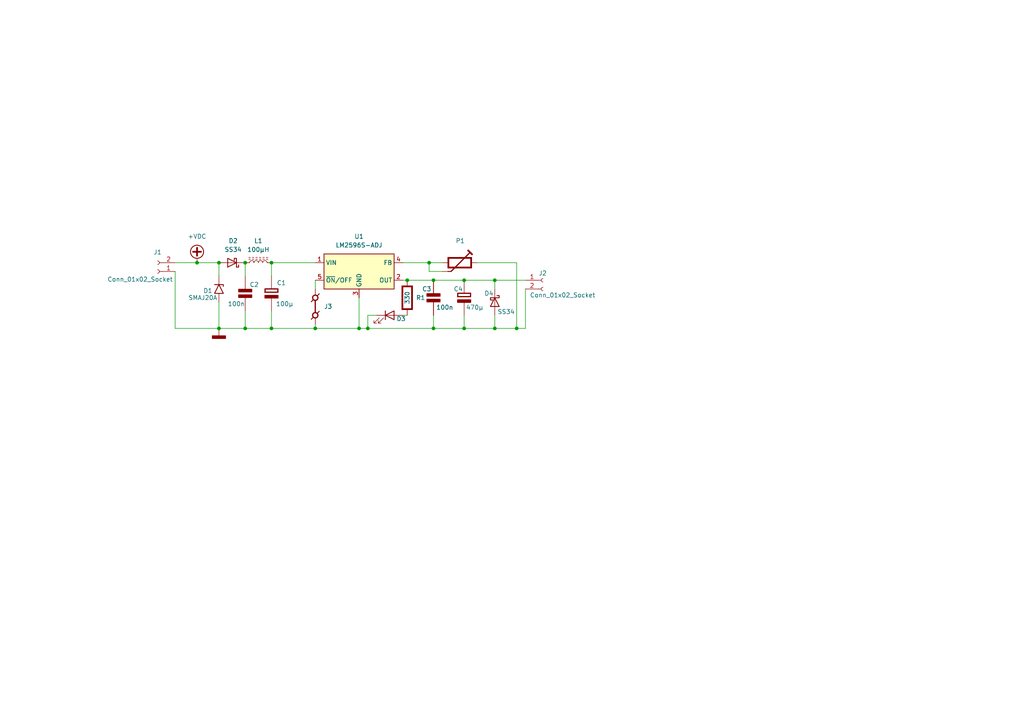
<source format=kicad_sch>
(kicad_sch (version 20250114) (generator "eeschema") (generator_version "9.0")
  (paper "A4")
  (lib_symbols
    (symbol "Connector:Conn_01x02_Socket" (pin_names (offset 1.016) (hide yes))
      (property "Reference" "J" (at 0 2.54 0))
      (property "Value" "Conn_01x02_Socket" (at 0 -5.08 0))
      (symbol "Conn_01x02_Socket_1_1"
        (polyline (pts (xy -1.27 0) (xy -0.508 0)) (stroke (width 0.1524)))
        (polyline (pts (xy -1.27 -2.54) (xy -0.508 -2.54)) (stroke (width 0.1524)))
        (arc (start 0 -0.508) (mid -0.5058 0) (end 0 0.508) (stroke (width 0.1524)))
        (arc (start 0 -3.048) (mid -0.5058 -2.54) (end 0 -2.032) (stroke (width 0.1524)))
        (pin passive line (at -5.08 0 0) (length 3.81) (name "Pin_1") (number "1"))
        (pin passive line (at -5.08 -2.54 0) (length 3.81) (name "Pin_2") (number "2"))
      )
    )
    (symbol "Device:LED" (pin_numbers (hide yes)) (pin_names (offset 1.016) (hide yes))
      (property "Reference" "D" (at 0 2.54 0))
      (property "Value" "LED" (at 0 -2.54 0))
      (symbol "LED_0_1"
        (polyline (pts (xy -3.048 -0.762) (xy -4.572 -2.286) (xy -3.81 -2.286) (xy -4.572 -2.286) (xy -4.572 -1.524)))
        (polyline (pts (xy -1.778 -0.762) (xy -3.302 -2.286) (xy -2.54 -2.286) (xy -3.302 -2.286) (xy -3.302 -1.524)))
        (polyline (pts (xy -1.27 0) (xy 1.27 0)))
        (polyline (pts (xy -1.27 -1.27) (xy -1.27 1.27)) (stroke (width 0.254)))
        (polyline (pts (xy 1.27 -1.27) (xy 1.27 1.27) (xy -1.27 0) (xy 1.27 -1.27)) (stroke (width 0.254)))
      )
      (symbol "LED_1_1"
        (pin passive line (at -3.81 0 0) (length 2.54) (name "K") (number "1"))
        (pin passive line (at 3.81 0 180) (length 2.54) (name "A") (number "2"))
      )
    )
    (symbol "Device:L_Ferrite" (pin_numbers (hide yes)) (pin_names (offset 1.016) (hide yes))
      (property "Reference" "L" (at -1.27 0 90))
      (property "Value" "L_Ferrite" (at 2.794 0 90))
      (symbol "L_Ferrite_0_1"
        (arc (start 0 2.54) (mid 0.6323 1.905) (end 0 1.27))
        (arc (start 0 1.27) (mid 0.6323 0.635) (end 0 0))
        (arc (start 0 0) (mid 0.6323 -0.635) (end 0 -1.27))
        (arc (start 0 -1.27) (mid 0.6323 -1.905) (end 0 -2.54))
        (polyline (pts (xy 1.016 2.286) (xy 1.016 2.794)))
        (polyline (pts (xy 1.016 1.27) (xy 1.016 1.778)))
        (polyline (pts (xy 1.016 0.254) (xy 1.016 0.762)))
        (polyline (pts (xy 1.016 -0.762) (xy 1.016 -0.254)))
        (polyline (pts (xy 1.016 -1.778) (xy 1.016 -1.27)))
        (polyline (pts (xy 1.016 -2.794) (xy 1.016 -2.286)))
        (polyline (pts (xy 1.524 2.794) (xy 1.524 2.286)))
        (polyline (pts (xy 1.524 1.778) (xy 1.524 1.27)))
        (polyline (pts (xy 1.524 0.762) (xy 1.524 0.254)))
        (polyline (pts (xy 1.524 -0.254) (xy 1.524 -0.762)))
        (polyline (pts (xy 1.524 -1.27) (xy 1.524 -1.778)))
        (polyline (pts (xy 1.524 -2.286) (xy 1.524 -2.794)))
      )
      (symbol "L_Ferrite_1_1"
        (pin passive line (at 0 3.81 270) (length 1.27) (name "1") (number "1"))
        (pin passive line (at 0 -3.81 90) (length 1.27) (name "2") (number "2"))
      )
    )
    (symbol "Diode:SMAJ20A" (pin_numbers (hide yes)) (pin_names (offset 1.016) (hide yes))
      (property "Reference" "D" (at 0 2.54 0))
      (property "Value" "SMAJ20A" (at 0 -2.54 0))
      (symbol "SMAJ20A_0_1"
        (polyline (pts (xy -0.762 1.27) (xy -1.27 1.27) (xy -1.27 -1.27)) (stroke (width 0.254)))
        (polyline (pts (xy 1.27 1.27) (xy 1.27 -1.27) (xy -1.27 0) (xy 1.27 1.27)) (stroke (width 0.254)))
      )
      (symbol "SMAJ20A_1_1"
        (pin passive line (at -3.81 0 0) (length 2.54) (name "A1") (number "1"))
        (pin passive line (at 3.81 0 180) (length 2.54) (name "A2") (number "2"))
      )
    )
    (symbol "Diode:SS34" (pin_numbers (hide yes)) (pin_names (offset 1.016) (hide yes))
      (property "Reference" "D" (at 0 2.54 0))
      (property "Value" "SS34" (at 0 -2.54 0))
      (symbol "SS34_0_1"
        (polyline (pts (xy -1.905 0.635) (xy -1.905 1.27) (xy -1.27 1.27) (xy -1.27 -1.27) (xy -0.635 -1.27) (xy -0.635 -0.635)) (stroke (width 0.254)))
        (polyline (pts (xy 1.27 1.27) (xy 1.27 -1.27) (xy -1.27 0) (xy 1.27 1.27)) (stroke (width 0.254)))
        (polyline (pts (xy 1.27 0) (xy -1.27 0)))
      )
      (symbol "SS34_1_1"
        (pin passive line (at -3.81 0 0) (length 2.54) (name "K") (number "1"))
        (pin passive line (at 3.81 0 180) (length 2.54) (name "A") (number "2"))
      )
    )
    (symbol "Elektuur:C" (pin_numbers (hide yes)) (pin_names (offset 0) (hide yes))
      (property "Reference" "C" (at 0.635 3.175 0))
      (property "Value" "C" (at 0.635 -3.175 0))
      (symbol "C_1_1"
        (rectangle (start -1.905 1.1938) (end 1.905 0.4318) (stroke (width 0.254)) (fill (type outline)))
        (rectangle (start -1.905 -0.4318) (end 1.905 -1.1938) (stroke (width 0.254)) (fill (type outline)))
        (pin passive line (at 0 5.08 270) (length 3.8862) (name "+") (number "1"))
        (pin passive line (at 0 -5.08 90) (length 3.8862) (name "-") (number "2"))
      )
      (symbol "C_1_2"
        (polyline (pts (xy -1.905 0.4318) (xy 1.905 0.4318) (xy 1.905 1.4986) (xy -1.905 1.4986) (xy -1.905 0.4318) (xy -1.8034 0.5334) (xy -1.8034 1.397) (xy 1.8034 1.397) (xy 1.8034 0.5334) (xy -1.8034 0.5334) (xy -1.905 0.4318)) (stroke (width 0.254)) (fill (type outline)))
        (polyline (pts (xy -1.905 -1.4986) (xy 1.905 -1.4986) (xy 1.905 -0.4318) (xy -1.905 -0.4318) (xy -1.905 -1.4986) (xy -1.8034 -1.397) (xy -1.8034 -0.5334) (xy 1.8034 -0.5334) (xy 1.8034 -1.397) (xy -1.8034 -1.397) (xy -1.905 -1.4986)) (stroke (width 0.254)) (fill (type outline)))
        (pin passive line (at 0 5.08 270) (length 3.5814) (name "+") (number "1"))
        (pin passive line (at 0 -5.08 90) (length 3.5814) (name "-") (number "2"))
      )
    )
    (symbol "Elektuur:C-polar" (pin_numbers (hide yes)) (pin_names (offset 0) (hide yes))
      (property "Reference" "C" (at 0.635 3.175 0))
      (property "Value" "C-polar" (at 0.635 -3.175 0))
      (property "Rating" "V" (at -0.635 -3.175 0))
      (symbol "C-polar_1_1"
        (polyline (pts (xy -1.905 0.2794) (xy 1.905 0.2794) (xy 1.905 1.3462) (xy -1.905 1.3462) (xy -1.905 0.2794) (xy -1.8034 0.381) (xy -1.8034 1.2446) (xy 1.8034 1.2446) (xy 1.8034 0.381) (xy -1.8034 0.381) (xy -1.905 0.2794)) (stroke (width 0.254)) (fill (type outline)))
        (rectangle (start -1.905 -0.5842) (end 1.905 -1.3462) (stroke (width 0.254)) (fill (type outline)))
        (pin passive line (at 0 5.08 270) (length 3.7338) (name "+") (number "1"))
        (pin passive line (at 0 -5.08 90) (length 3.7338) (name "-") (number "2"))
      )
      (symbol "C-polar_1_2"
        (polyline (pts (xy -1.905 0.4318) (xy 1.905 0.4318) (xy 1.905 1.4986) (xy -1.905 1.4986) (xy -1.905 0.4318) (xy -1.8034 0.5334) (xy -1.8034 1.397) (xy 1.8034 1.397) (xy 1.8034 0.5334) (xy -1.8034 0.5334) (xy -1.905 0.4318)) (stroke (width 0.254)) (fill (type outline)))
        (rectangle (start -1.905 -0.4318) (end 1.905 -1.1938) (stroke (width 0.254)) (fill (type outline)))
        (pin passive line (at 0 5.08 270) (length 3.5814) (name "+") (number "1"))
        (pin passive line (at 0 -5.08 90) (length 3.8862) (name "-") (number "2"))
      )
    )
    (symbol "Elektuur:J-jumper" (pin_numbers (hide yes)) (pin_names (offset 0) (hide yes))
      (property "Reference" "J" (at 2.54 3.175 0))
      (symbol "J-jumper_0_3"
        (polyline (pts (xy 0 0)) (stroke (width -0.0508)))
      )
      (symbol "J-jumper_1_0"
        (polyline (pts (xy -0.5842 1.9558) (xy -1.1684 1.3716)) (stroke (width 0.254)))
        (polyline (pts (xy -0.5842 -3.1242) (xy -1.1684 -3.7084)) (stroke (width 0.254)))
        (circle (center 0 2.54) (radius 0.762) (stroke (width 0.3556)))
        (circle (center 0 -2.54) (radius 0.762) (stroke (width 0.3556)))
        (polyline (pts (xy 0.5842 3.1242) (xy 1.1684 3.7084)) (stroke (width 0.254)))
        (polyline (pts (xy 0.5842 -1.9558) (xy 1.1684 -1.3716)) (stroke (width 0.254)))
        (pin passive line (at 0 5.08 270) (length 1.7272) (name "1") (number "1"))
        (pin passive line (at 0 -5.08 90) (length 1.7272) (name "2") (number "2"))
      )
      (symbol "J-jumper_1_1"
        (polyline (pts (xy 0 -1.7272) (xy 0 1.7272)) (stroke (width 0.3556)))
      )
      (symbol "J-jumper_1_2"
        (polyline (pts (xy 0 1.1176) (xy 0 1.7272)) (stroke (width 0.3556)))
        (polyline (pts (xy 0 -0.4064) (xy 0 0.4064)) (stroke (width 0.3556)))
        (polyline (pts (xy 0 -1.7272) (xy 0 -1.1176)) (stroke (width 0.3556)))
      )
    )
    (symbol "Elektuur:P-trim" (pin_numbers (hide yes)) (pin_names (offset 0) (hide yes))
      (property "Reference" "P" (at 2.54 3.175 0))
      (symbol "P-trim_1_1"
        (polyline (pts (xy -1.524 -3.429) (xy 1.524 -3.429) (xy 1.524 3.429) (xy -1.524 3.429) (xy -1.524 -3.429) (xy -1.27 -3.175) (xy -1.27 3.175) (xy 1.27 3.175) (xy 1.27 -3.175) (xy -1.27 -3.175) (xy -1.524 -3.429)) (stroke (width 0.254)) (fill (type outline)))
        (polyline (pts (xy 2.54 -2.6162) (xy -2.9464 2.8702) (xy -3.5306 2.286) (xy -3.7084 2.4638) (xy -2.4638 3.7084) (xy -2.286 3.5306) (xy -2.8702 2.9464) (xy 2.54 -2.4638) (xy 2.54 -3.429)) (stroke (width 0.254)) (fill (type outline)))
        (pin passive line (at 0 5.08 270) (length 1.651) (name "c") (number "3"))
        (pin passive line (at 0 -5.08 90) (length 1.651) (name "a") (number "1"))
        (pin passive line (at 2.54 -5.08 90) (length 1.651) (name "b") (number "2"))
      )
      (symbol "P-trim_1_2"
        (polyline (pts (xy -1.524 -3.429) (xy 1.524 -3.429) (xy 1.524 3.429) (xy -1.524 3.429) (xy -1.524 -3.429) (xy -1.27 -3.175) (xy -1.27 3.175) (xy 1.27 3.175) (xy 1.27 -3.175) (xy -1.27 -3.175) (xy -1.524 -3.429)) (stroke (width 0.254)) (fill (type outline)))
        (polyline (pts (xy 3.175 -3.2512) (xy -2.9972 2.921) (xy -3.5814 2.3368) (xy -3.7592 2.5146) (xy -2.5146 3.7592) (xy -2.3368 3.5814) (xy -2.921 2.9972) (xy 3.175 -3.0988) (xy 3.175 -3.429)) (stroke (width 0.254)) (fill (type outline)))
        (pin passive line (at 0 5.08 270) (length 1.651) (name "c") (number "3"))
        (pin passive line (at 0 -5.08 90) (length 1.651) (name "a") (number "1"))
        (pin passive line (at 3.175 -5.08 90) (length 1.651) (name "b") (number "2"))
      )
    )
    (symbol "Elektuur:R" (pin_numbers (hide yes)) (pin_names (offset 0) (hide yes))
      (property "Reference" "R" (at 2.54 3.175 0))
      (property "Value" "R" (at 0 0 90))
      (symbol "R_1_1"
        (polyline (pts (xy -1.524 -3.429) (xy 1.524 -3.429) (xy 1.524 3.429) (xy -1.524 3.429) (xy -1.524 -3.429) (xy -1.27 -3.175) (xy -1.27 3.175) (xy 1.27 3.175) (xy 1.27 -3.175) (xy -1.27 -3.175) (xy -1.524 -3.429)) (stroke (width 0.254)) (fill (type outline)))
        (pin passive line (at 0 5.08 270) (length 1.651) (name "+") (number "1"))
        (pin passive line (at 0 -5.08 90) (length 1.651) (name "-") (number "2"))
      )
      (symbol "R_1_2"
        (polyline (pts (xy -0.508 -3.429) (xy 1.524 -3.429) (xy 1.524 3.429) (xy -0.508 3.429) (xy -0.508 3.175) (xy 1.27 3.175) (xy 1.27 -3.175) (xy -0.508 -3.175) (xy -0.508 -3.429)) (stroke (width 0.254)) (fill (type outline)))
        (pin passive line (at 0 5.08 270) (length 1.651) (name "+") (number "1"))
        (pin passive line (at 0 -5.08 90) (length 1.651) (name "-") (number "2"))
      )
      (symbol "R_1_3"
        (polyline (pts (xy 0 3.4798) (xy 0 3.2004) (xy 0.7112 2.794) (xy -1.1938 1.6764) (xy 0.7112 0.5588) (xy -1.1938 -0.5588) (xy 0.7112 -1.6764) (xy -1.1938 -2.794) (xy 0 -3.4798) (xy 0 -3.2004) (xy -0.7112 -2.794) (xy 1.1938 -1.6764) (xy -0.7112 -0.5588) (xy 1.1938 0.5588) (xy -0.7112 1.6764) (xy 1.1938 2.794) (xy 0 3.4798)) (stroke (width 0.254)) (fill (type outline)))
        (pin passive line (at 0 5.08 270) (length 1.6002) (name "+") (number "1"))
        (pin passive line (at 0 -5.08 90) (length 1.6002) (name "-") (number "2"))
      )
      (symbol "R_1_4"
        (polyline (pts (xy 0 4.5466) (xy 0 4.2672) (xy 0.0508 4.2418) (xy 1.016 3.683) (xy -1.524 2.2098) (xy 1.016 0.7366) (xy -1.524 -0.7366) (xy 1.016 -2.2098) (xy -1.524 -3.683) (xy -0.0762 -4.5212) (xy 0 -4.5466) (xy 0 -4.2672) (xy -0.0508 -4.2418) (xy -1.016 -3.683) (xy 1.524 -2.2098) (xy -1.016 -0.7366) (xy 1.524 0.7366) (xy -1.016 2.2098) (xy 1.524 3.683) (xy 0.0762 4.5212) (xy 0 4.5466)) (stroke (width 0.254)) (fill (type outline)))
        (pin passive line (at 0 5.08 270) (length 0.5334) (name "+") (number "1"))
        (pin passive line (at 0 -5.08 90) (length 0.5334) (name "-") (number "2"))
      )
    )
    (symbol "Elektuur:V-GND" (power) (pin_numbers (hide yes)) (pin_names (offset 1.27) (hide yes))
      (symbol "V-GND_1_1"
        (rectangle (start -1.905 -2.159) (end 1.905 -2.921) (stroke (width 0.254)) (fill (type outline)))
        (polyline (pts (xy 0 0) (xy 0 -2.159)))
        (pin power_in line (at 0 0 0) (length 0) (hide yes) (name "0") (number "0"))
      )
      (symbol "V-GND_1_2"
        (rectangle (start -1.905 0.381) (end 1.905 -0.381) (stroke (width 0.254)) (fill (type outline)))
        (pin power_in line (at 0 0 0) (length 0) (hide yes) (name "0") (number "0"))
      )
    )
    (symbol "Regulator_Switching:LM2596S-ADJ"
      (property "Reference" "U" (at -10.16 6.35 0))
      (property "Value" "LM2596S-ADJ" (at 0 6.35 0))
      (symbol "LM2596S-ADJ_0_1"
        (rectangle (start -10.16 5.08) (end 10.16 -5.08) (stroke (width 0.254)) (fill (type background)))
      )
      (symbol "LM2596S-ADJ_1_1"
        (pin power_in line (at -12.7 2.54 0) (length 2.54) (name "VIN") (number "1"))
        (pin input line (at -12.7 -2.54 0) (length 2.54) (name "~{ON}/OFF") (number "5"))
        (pin power_in line (at 0 -7.62 90) (length 2.54) (name "GND") (number "3"))
        (pin input line (at 12.7 2.54 180) (length 2.54) (name "FB") (number "4"))
        (pin output line (at 12.7 -2.54 180) (length 2.54) (name "OUT") (number "2"))
      )
    )
    (symbol "power:+VDC" (power) (pin_numbers (hide yes)) (pin_names (offset 0) (hide yes))
      (property "Value" "+VDC" (at 0 6.35 0))
      (symbol "+VDC_0_1"
        (polyline (pts (xy -1.143 3.175) (xy 1.143 3.175)) (stroke (width 0.508)))
        (circle (center 0 3.175) (radius 1.905) (stroke (width 0.254)))
        (polyline (pts (xy 0 2.032) (xy 0 4.318)) (stroke (width 0.508)))
        (polyline (pts (xy 0 0) (xy 0 1.27)))
      )
      (symbol "+VDC_1_1"
        (pin power_in line (at 0 0 90) (length 0) (name "~") (number "1"))
      )
    )
  )
  (junction (at 104.14 95.25))
  (junction (at 57.15 76.2))
  (junction (at 143.51 95.25))
  (junction (at 63.5 95.25))
  (junction (at 78.74 95.25))
  (junction (at 78.74 76.2))
  (junction (at 125.73 95.25))
  (junction (at 63.5 76.2))
  (junction (at 134.62 81.28))
  (junction (at 106.68 95.25))
  (junction (at 149.86 95.25))
  (junction (at 143.51 81.28))
  (junction (at 91.44 95.25))
  (junction (at 71.12 95.25))
  (junction (at 118.11 81.28))
  (junction (at 124.46 76.2))
  (junction (at 71.12 76.2))
  (junction (at 125.73 81.28))
  (junction (at 134.62 95.25))
  (wire (pts (xy 143.51 83.82) (xy 143.51 81.28)))
  (wire (pts (xy 125.73 81.28) (xy 134.62 81.28)))
  (wire (pts (xy 109.22 91.44) (xy 106.68 91.44)))
  (wire (pts (xy 138.43 76.2) (xy 149.86 76.2)))
  (wire (pts (xy 50.8 78.74) (xy 50.8 95.25)))
  (wire (pts (xy 134.62 81.28) (xy 143.51 81.28)))
  (wire (pts (xy 71.12 90.17) (xy 71.12 95.25)))
  (wire (pts (xy 50.8 95.25) (xy 63.5 95.25)))
  (wire (pts (xy 106.68 91.44) (xy 106.68 95.25)))
  (wire (pts (xy 78.74 76.2) (xy 91.44 76.2)))
  (wire (pts (xy 116.84 76.2) (xy 124.46 76.2)))
  (wire (pts (xy 63.5 80.01) (xy 63.5 76.2)))
  (wire (pts (xy 106.68 95.25) (xy 125.73 95.25)))
  (wire (pts (xy 71.12 95.25) (xy 78.74 95.25)))
  (wire (pts (xy 143.51 91.44) (xy 143.51 95.25)))
  (wire (pts (xy 116.84 91.44) (xy 118.11 91.44)))
  (wire (pts (xy 149.86 76.2) (xy 149.86 95.25)))
  (wire (pts (xy 124.46 76.2) (xy 128.27 76.2)))
  (wire (pts (xy 91.44 95.25) (xy 104.14 95.25)))
  (wire (pts (xy 91.44 93.98) (xy 91.44 95.25)))
  (wire (pts (xy 118.11 81.28) (xy 125.73 81.28)))
  (wire (pts (xy 71.12 80.01) (xy 71.12 76.2)))
  (wire (pts (xy 91.44 81.28) (xy 91.44 83.82)))
  (wire (pts (xy 149.86 95.25) (xy 152.4 95.25)))
  (wire (pts (xy 134.62 95.25) (xy 143.51 95.25)))
  (wire (pts (xy 125.73 95.25) (xy 125.73 91.44)))
  (wire (pts (xy 128.27 78.74) (xy 124.46 78.74)))
  (wire (pts (xy 143.51 81.28) (xy 152.4 81.28)))
  (wire (pts (xy 124.46 78.74) (xy 124.46 76.2)))
  (wire (pts (xy 125.73 95.25) (xy 134.62 95.25)))
  (wire (pts (xy 63.5 87.63) (xy 63.5 95.25)))
  (wire (pts (xy 57.15 76.2) (xy 63.5 76.2)))
  (wire (pts (xy 104.14 86.36) (xy 104.14 95.25)))
  (wire (pts (xy 78.74 90.17) (xy 78.74 95.25)))
  (wire (pts (xy 116.84 81.28) (xy 118.11 81.28)))
  (wire (pts (xy 63.5 95.25) (xy 71.12 95.25)))
  (wire (pts (xy 78.74 95.25) (xy 91.44 95.25)))
  (wire (pts (xy 134.62 95.25) (xy 134.62 91.44)))
  (wire (pts (xy 50.8 76.2) (xy 57.15 76.2)))
  (wire (pts (xy 152.4 83.82) (xy 152.4 95.25)))
  (wire (pts (xy 143.51 95.25) (xy 149.86 95.25)))
  (wire (pts (xy 78.74 80.01) (xy 78.74 76.2)))
  (wire (pts (xy 104.14 95.25) (xy 106.68 95.25)))
  (symbol (lib_id "Diode:SS34") (at 143.51 87.63 270) (unit 1)
    (property "Reference" "D4" (at 140.462 85.09 90) (effects (justify left)))
    (property "Value" "SS34" (at 144.272 90.424 90) (effects (justify left)))
    (property "Footprint" "Diode_SMD:D_SMA" (effects (hide yes)))
    (property "Datasheet" "https://www.vishay.com/docs/88751/ss32.pdf" (effects (hide yes)))
    (property "Description" "40V 3A Schottky Diode, SMA" (effects (hide yes)))
  )
  (symbol (lib_id "Elektuur:J-jumper") (at 91.44 88.9 0) (unit 1)
    (property "Reference" "J3" (at 93.98 88.8999 0) (effects (justify left)))
    (property "Value" "J-jumper" (effects (hide yes)))
    (property "Footprint" "Connector_PinHeader_2.54mm:PinHeader_1x02_P2.54mm_Vertical" (effects (hide yes)))
    (property "Description" "jumper; connecting link" (effects (hide yes)))
    (property "Sim.Pins" "1=1 2=2" (effects (hide yes)))
    (property "Sim.Device" "SPICE" (effects (hide yes)))
    (property "Sim.Params" "type=\"R\" model=\"0\" lib=\"\"" (effects (hide yes)))
    (property "Spice_Netlist_Enabled" "Y" (effects (hide yes)))
  )
  (symbol (lib_id "Elektuur:C") (at 125.73 86.36 0) (unit 1)
    (property "Reference" "C3" (at 122.428 83.82 0) (effects (justify left)))
    (property "Value" "100n" (at 126.492 89.154 0) (effects (justify left)))
    (property "Footprint" "Capacitor_SMD:C_0603_1608Metric" (effects (hide yes)))
    (property "Description" "capacitor, non-polarized/bipolar" (effects (hide yes)))
    (property "Indicator" "+" (effects (hide yes)))
    (property "Rating" "V" (effects (hide yes)))
  )
  (symbol (lib_id "Diode:SS34") (at 67.31 76.2 180) (unit 1)
    (property "Reference" "D2" (at 67.6275 69.85 0))
    (property "Value" "SS34" (at 67.6275 72.39 0))
    (property "Footprint" "Diode_SMD:D_SMA" (effects (hide yes)))
    (property "Datasheet" "https://www.vishay.com/docs/88751/ss32.pdf" (effects (hide yes)))
    (property "Description" "40V 3A Schottky Diode, SMA" (effects (hide yes)))
  )
  (symbol (lib_id "Diode:SMAJ20A") (at 63.5 83.82 270) (unit 1)
    (property "Reference" "D1" (at 58.928 84.328 90) (effects (justify left)))
    (property "Value" "SMAJ20A" (at 54.61 86.36 90) (effects (justify left)))
    (property "Footprint" "Diode_SMD:D_SMA" (effects (hide yes)))
    (property "Datasheet" "https://www.littelfuse.com/media?resourcetype=datasheets&itemid=75e32973-b177-4ee3-a0ff-cedaf1abdb93&filename=smaj-datasheet" (effects (hide yes)))
    (property "Description" "400W unidirectional Transient Voltage Suppressor, 20.0Vr, SMA(DO-214AC)" (effects (hide yes)))
  )
  (symbol (lib_id "power:+VDC") (at 57.15 76.2 0) (unit 1)
    (property "Reference" "#PWR01" (effects (hide yes)))
    (property "Value" "+VDC" (at 57.15 68.58 0))
    (property "Description" "Power symbol creates a global label with name \"+VDC\"" (effects (hide yes)))
  )
  (symbol (lib_id "Elektuur:C-polar") (at 78.74 85.09 0) (unit 1)
    (property "Reference" "C1" (at 80.264 82.042 0) (effects (justify left)))
    (property "Value" "100µ" (at 80.01 88.138 0) (effects (justify left)))
    (property "Footprint" "Capacitor_Tantalum_SMD:CP_EIA-3528-12_Kemet-T" (effects (hide yes)))
    (property "Description" "capacitor, polar(ized)" (effects (hide yes)))
    (property "Indicator" "+" (effects (hide yes)))
    (property "Rating" "V" (effects (hide yes)))
  )
  (symbol (lib_id "Elektuur:R") (at 118.11 86.36 0) (unit 1)
    (property "Reference" "R1" (at 120.65 86.3599 0) (effects (justify left)))
    (property "Value" "330" (at 118.11 86.36 90))
    (property "Footprint" "Resistor_SMD:R_MiniMELF_MMA-0204" (effects (hide yes)))
    (property "Description" "resistor" (effects (hide yes)))
    (property "Indicator" "+" (effects (hide yes)))
    (property "Rating" "W" (effects (hide yes)))
  )
  (symbol (lib_id "Connector:Conn_01x02_Socket") (at 157.48 81.28 0) (unit 1)
    (property "Reference" "J2" (at 156.21 79.248 0) (effects (justify left)))
    (property "Value" "Conn_01x02_Socket" (at 153.67 85.598 0) (effects (justify left)))
    (property "Footprint" "TerminalBlock_Phoenix:TerminalBlock_Phoenix_MPT-0,5-2-2.54_1x02_P2.54mm_Horizontal" (effects (hide yes)))
    (property "Description" "Generic connector, single row, 01x02, script generated" (effects (hide yes)))
  )
  (symbol (lib_id "Elektuur:V-GND") (at 63.5 95.25 0) (unit 1)
    (property "Reference" "#PWR02" (effects (hide yes)))
    (property "Value" "V-GND" (effects (hide yes)))
    (property "Description" "GND/0/frame/chassis (global node 0)" (effects (hide yes)))
    (property "Label" "GND" (effects (hide yes)))
  )
  (symbol (lib_id "Elektuur:P-trim") (at 133.35 76.2 270) (unit 1)
    (property "Reference" "P1" (at 133.4897 69.85 90))
    (property "Value" "P-trim" (effects (hide yes)))
    (property "Footprint" "Potentiometer_THT:Potentiometer_Bourns_3386P_Vertical" (effects (hide yes)))
    (property "Description" "potentiometer with movable contact and pre-set adjustment (trimpot/trimmer)" (effects (hide yes)))
    (property "Sim.Pins" "1=1 1=2 2=3 2=4 3=5 3=6" (effects (hide yes)))
    (property "Sim.Device" "SPICE" (effects (hide yes)))
    (property "Sim.Params" "type=\"A\" model=\"lin100k\" lib=\"potentiometer.lib\"" (effects (hide yes)))
  )
  (symbol (lib_id "Elektuur:C-polar") (at 134.62 86.36 0) (unit 1)
    (property "Reference" "C4" (at 131.572 83.82 0) (effects (justify left)))
    (property "Value" "470µ" (at 135.128 89.154 0) (effects (justify left)))
    (property "Footprint" "Capacitor_Tantalum_SMD:CP_EIA-3528-12_Kemet-T" (effects (hide yes)))
    (property "Description" "capacitor, polar(ized)" (effects (hide yes)))
    (property "Indicator" "+" (effects (hide yes)))
    (property "Rating" "V" (effects (hide yes)))
  )
  (symbol (lib_id "Regulator_Switching:LM2596S-ADJ") (at 104.14 78.74 0) (unit 1)
    (property "Reference" "U1" (at 104.14 68.58 0))
    (property "Value" "LM2596S-ADJ" (at 104.14 71.12 0))
    (property "Footprint" "Package_TO_SOT_SMD:TO-263-5_TabPin3" (effects (hide yes)))
    (property "Datasheet" "http://www.ti.com/lit/ds/symlink/lm2596.pdf" (effects (hide yes)))
    (property "Description" "Adjustable 3A Step-Down Voltage Regulator, TO-263" (effects (hide yes)))
  )
  (symbol (lib_id "Connector:Conn_01x02_Socket") (at 45.72 78.74 180) (unit 1)
    (property "Reference" "J1" (at 45.72 73.152 0))
    (property "Value" "Conn_01x02_Socket" (at 40.64 81.026 0))
    (property "Footprint" "TerminalBlock_Phoenix:TerminalBlock_Phoenix_MPT-0,5-2-2.54_1x02_P2.54mm_Horizontal" (effects (hide yes)))
    (property "Description" "Generic connector, single row, 01x02, script generated" (effects (hide yes)))
  )
  (symbol (lib_id "Elektuur:C") (at 71.12 85.09 0) (unit 1)
    (property "Reference" "C2" (at 72.39 82.55 0) (effects (justify left)))
    (property "Value" "100n" (at 66.04 88.138 0) (effects (justify left)))
    (property "Footprint" "Capacitor_SMD:C_0603_1608Metric" (effects (hide yes)))
    (property "Description" "capacitor, non-polarized/bipolar" (effects (hide yes)))
    (property "Indicator" "+" (effects (hide yes)))
    (property "Rating" "V" (effects (hide yes)))
  )
  (symbol (lib_id "Device:L_Ferrite") (at 74.93 76.2 90) (unit 1)
    (property "Reference" "L1" (at 74.93 69.85 90))
    (property "Value" "100µH" (at 74.93 72.39 90))
    (property "Footprint" "Inductor_THT:L_Radial_D7.5mm_P5.00mm_Fastron_07P" (effects (hide yes)))
    (property "Description" "Inductor with ferrite core" (effects (hide yes)))
  )
  (symbol (lib_id "Device:LED") (at 113.03 91.44 0) (unit 1)
    (property "Reference" "D3" (at 116.332 92.456 0))
    (property "Value" "LED" (effects (hide yes)))
    (property "Footprint" "LED_SMD:LED_Kingbright_AAA3528ESGCT" (effects (hide yes)))
    (property "Description" "Light emitting diode" (effects (hide yes)))
    (property "Sim.Pins" "1=K 2=A" (effects (hide yes)))
  )
)
</source>
